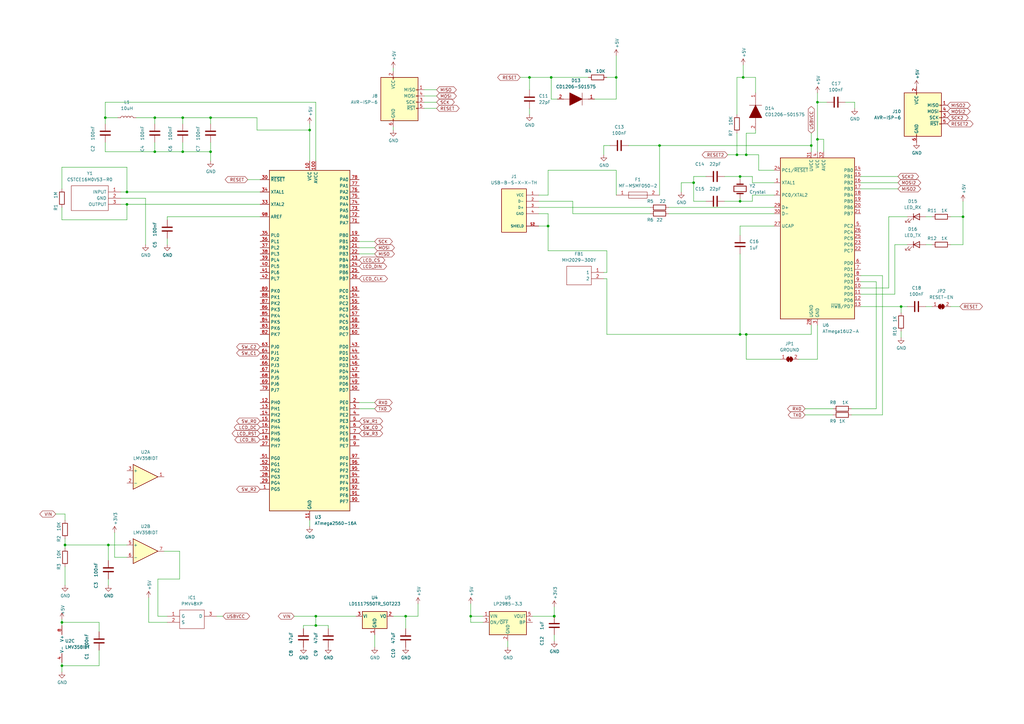
<source format=kicad_sch>
(kicad_sch (version 20211123) (generator eeschema)
  (paper "A3")
  (junction (at 74.93 62.23))
  (junction (at 52.07 83.82))
  (junction (at 302.26 63.5))
  (junction (at 303.53 137.16))
  (junction (at 227.33 252.73))
  (junction (at 332.74 59.69))
  (junction (at 303.53 82.55))
  (junction (at 335.28 41.91))
  (junction (at 26.67 223.52))
  (junction (at 252.73 31.75))
  (junction (at 86.36 62.23))
  (junction (at 52.07 78.74))
  (junction (at 193.04 252.73))
  (junction (at 44.45 223.52))
  (junction (at 63.5 62.23))
  (junction (at 43.18 48.26))
  (junction (at 25.4 273.05))
  (junction (at 129.54 252.73))
  (junction (at 227.3094 252.73))
  (junction (at 306.07 63.5))
  (junction (at 226.06 31.75))
  (junction (at 304.8 31.75))
  (junction (at 394.97 88.9))
  (junction (at 166.37 252.73))
  (junction (at 224.79 92.71))
  (junction (at 127 53.34))
  (junction (at 335.28 57.15))
  (junction (at 306.07 137.16))
  (junction (at 86.36 48.26))
  (junction (at 270.51 59.69))
  (junction (at 369.57 125.73))
  (junction (at 303.53 72.39))
  (junction (at 25.4 255.27))
  (junction (at 63.5 48.26))
  (junction (at 217.17 31.75))
  (junction (at 129.54 256.54))
  (junction (at 284.48 74.93))
  (junction (at 74.93 48.26))
  (wire (pts (xy 218.44 252.73) (xy 227.3094 252.73)))
  (wire (pts (xy 198.12 255.27) (xy 193.04 255.27)))
  (wire (pts (xy 389.89 125.73) (xy 393.7 125.73)))
  (wire (pts (xy 284.48 82.55) (xy 289.56 82.55)))
  (wire (pts (xy 166.37 257.81) (xy 166.37 252.73)))
  (wire (pts (xy 52.07 90.17) (xy 52.07 83.82)))
  (wire (pts (xy 217.17 31.75) (xy 217.17 36.83)))
  (wire (pts (xy 52.07 223.52) (xy 44.45 223.52)))
  (wire (pts (xy 129.54 66.04) (xy 129.54 41.91)))
  (wire (pts (xy 153.67 104.14) (xy 147.32 104.14)))
  (wire (pts (xy 43.18 50.8) (xy 43.18 48.26)))
  (wire (pts (xy 220.98 85.09) (xy 266.7 85.09)))
  (wire (pts (xy 46.99 218.44) (xy 46.99 228.6)))
  (wire (pts (xy 86.36 62.23) (xy 86.36 66.04)))
  (wire (pts (xy 389.89 88.9) (xy 394.97 88.9)))
  (wire (pts (xy 394.97 100.33) (xy 394.97 88.9)))
  (wire (pts (xy 153.67 167.64) (xy 147.32 167.64)))
  (wire (pts (xy 304.8 26.67) (xy 304.8 31.75)))
  (wire (pts (xy 74.93 62.23) (xy 63.5 62.23)))
  (wire (pts (xy 335.28 133.35) (xy 335.28 147.32)))
  (wire (pts (xy 335.28 147.32) (xy 327.66 147.32)))
  (wire (pts (xy 198.12 252.73) (xy 193.04 252.73)))
  (wire (pts (xy 86.36 48.26) (xy 105.41 48.26)))
  (wire (pts (xy 73.66 226.06) (xy 73.66 237.49)))
  (wire (pts (xy 382.27 100.33) (xy 379.73 100.33)))
  (wire (pts (xy 335.28 41.91) (xy 339.09 41.91)))
  (wire (pts (xy 52.07 83.82) (xy 106.68 83.82)))
  (wire (pts (xy 64.77 252.73) (xy 64.77 237.49)))
  (wire (pts (xy 26.67 220.98) (xy 26.67 223.52)))
  (wire (pts (xy 303.53 137.16) (xy 306.07 137.16)))
  (wire (pts (xy 49.53 81.28) (xy 59.69 81.28)))
  (wire (pts (xy 284.48 72.39) (xy 284.48 74.93)))
  (wire (pts (xy 127 50.8) (xy 127 53.34)))
  (wire (pts (xy 308.61 82.55) (xy 308.61 80.01)))
  (wire (pts (xy 68.58 97.79) (xy 68.58 100.33)))
  (wire (pts (xy 353.06 125.73) (xy 369.57 125.73)))
  (wire (pts (xy 127 53.34) (xy 127 66.04)))
  (wire (pts (xy 25.4 68.58) (xy 52.07 68.58)))
  (wire (pts (xy 213.36 31.75) (xy 217.17 31.75)))
  (wire (pts (xy 353.06 72.39) (xy 368.3 72.39)))
  (wire (pts (xy 179.07 41.91) (xy 173.99 41.91)))
  (wire (pts (xy 153.67 260.35) (xy 153.67 265.43)))
  (wire (pts (xy 364.49 118.11) (xy 353.06 118.11)))
  (wire (pts (xy 311.15 69.85) (xy 311.15 63.5)))
  (wire (pts (xy 382.27 88.9) (xy 379.73 88.9)))
  (wire (pts (xy 337.82 62.23) (xy 337.82 57.15)))
  (wire (pts (xy 297.18 72.39) (xy 303.53 72.39)))
  (wire (pts (xy 297.18 82.55) (xy 303.53 82.55)))
  (wire (pts (xy 64.77 252.73) (xy 68.58 252.73)))
  (wire (pts (xy 302.26 54.61) (xy 302.26 63.5)))
  (wire (pts (xy 270.51 80.01) (xy 270.51 59.69)))
  (wire (pts (xy 303.53 92.71) (xy 303.53 96.52)))
  (wire (pts (xy 220.98 87.63) (xy 224.79 87.63)))
  (wire (pts (xy 44.45 237.49) (xy 44.45 240.03)))
  (wire (pts (xy 60.96 245.11) (xy 60.96 255.27)))
  (wire (pts (xy 317.5 92.71) (xy 303.53 92.71)))
  (wire (pts (xy 248.92 111.76) (xy 247.65 111.76)))
  (wire (pts (xy 68.58 255.27) (xy 60.96 255.27)))
  (wire (pts (xy 302.26 31.75) (xy 304.8 31.75)))
  (wire (pts (xy 179.07 36.83) (xy 173.99 36.83)))
  (wire (pts (xy 55.88 48.26) (xy 63.5 48.26)))
  (wire (pts (xy 120.65 252.73) (xy 129.54 252.73)))
  (wire (pts (xy 193.04 247.65) (xy 193.04 252.73)))
  (wire (pts (xy 124.46 256.54) (xy 129.54 256.54)))
  (wire (pts (xy 217.17 44.45) (xy 217.17 46.99)))
  (wire (pts (xy 248.92 137.16) (xy 303.53 137.16)))
  (wire (pts (xy 161.29 53.34) (xy 161.29 52.07)))
  (wire (pts (xy 248.92 114.3) (xy 248.92 137.16)))
  (wire (pts (xy 86.36 48.26) (xy 86.36 50.8)))
  (wire (pts (xy 308.61 72.39) (xy 303.53 72.39)))
  (wire (pts (xy 364.49 88.9) (xy 364.49 118.11)))
  (wire (pts (xy 306.07 137.16) (xy 306.07 147.32)))
  (wire (pts (xy 248.92 31.75) (xy 252.73 31.75)))
  (wire (pts (xy 252.73 40.64) (xy 252.73 31.75)))
  (wire (pts (xy 349.25 170.18) (xy 361.95 170.18)))
  (wire (pts (xy 248.92 102.87) (xy 224.79 102.87)))
  (wire (pts (xy 224.79 69.85) (xy 224.79 80.01)))
  (wire (pts (xy 389.89 100.33) (xy 394.97 100.33)))
  (wire (pts (xy 25.4 255.27) (xy 25.4 256.54)))
  (wire (pts (xy 129.54 41.91) (xy 43.18 41.91)))
  (wire (pts (xy 43.18 41.91) (xy 43.18 48.26)))
  (wire (pts (xy 369.57 135.89) (xy 369.57 138.43)))
  (wire (pts (xy 217.17 31.75) (xy 226.06 31.75)))
  (wire (pts (xy 330.2 170.18) (xy 341.63 170.18)))
  (wire (pts (xy 248.92 114.3) (xy 247.65 114.3)))
  (wire (pts (xy 208.28 262.89) (xy 208.28 265.43)))
  (wire (pts (xy 127 213.36) (xy 127 215.9)))
  (wire (pts (xy 63.5 62.23) (xy 43.18 62.23)))
  (wire (pts (xy 234.95 87.63) (xy 266.7 87.63)))
  (wire (pts (xy 129.54 252.73) (xy 129.54 256.54)))
  (wire (pts (xy 49.53 78.74) (xy 52.07 78.74)))
  (wire (pts (xy 74.93 48.26) (xy 74.93 50.8)))
  (wire (pts (xy 309.88 38.1) (xy 309.88 31.75)))
  (wire (pts (xy 227.33 260.35) (xy 227.33 262.89)))
  (wire (pts (xy 22.86 210.82) (xy 26.67 210.82)))
  (wire (pts (xy 193.04 255.27) (xy 193.04 252.73)))
  (wire (pts (xy 353.06 115.57) (xy 359.41 115.57)))
  (wire (pts (xy 317.5 69.85) (xy 311.15 69.85)))
  (wire (pts (xy 317.5 74.93) (xy 308.61 74.93)))
  (wire (pts (xy 335.28 57.15) (xy 335.28 62.23)))
  (wire (pts (xy 25.4 273.05) (xy 40.64 273.05)))
  (wire (pts (xy 40.64 255.27) (xy 25.4 255.27)))
  (wire (pts (xy 129.54 256.54) (xy 134.62 256.54)))
  (wire (pts (xy 153.67 101.6) (xy 147.32 101.6)))
  (wire (pts (xy 25.4 77.47) (xy 25.4 68.58)))
  (wire (pts (xy 226.06 31.75) (xy 241.3 31.75)))
  (wire (pts (xy 67.31 226.06) (xy 73.66 226.06)))
  (wire (pts (xy 105.41 53.34) (xy 127 53.34)))
  (wire (pts (xy 361.95 113.03) (xy 361.95 170.18)))
  (wire (pts (xy 166.37 252.73) (xy 161.29 252.73)))
  (wire (pts (xy 279.4 78.74) (xy 279.4 74.93)))
  (wire (pts (xy 25.4 273.05) (xy 25.4 271.78)))
  (wire (pts (xy 25.4 90.17) (xy 52.07 90.17)))
  (wire (pts (xy 44.45 223.52) (xy 44.45 229.87)))
  (wire (pts (xy 224.79 92.71) (xy 220.98 92.71)))
  (wire (pts (xy 171.45 252.73) (xy 171.45 247.65)))
  (wire (pts (xy 353.06 120.65) (xy 367.03 120.65)))
  (wire (pts (xy 359.41 115.57) (xy 359.41 167.64)))
  (wire (pts (xy 74.93 48.26) (xy 86.36 48.26)))
  (wire (pts (xy 26.67 232.41) (xy 26.67 240.03)))
  (wire (pts (xy 63.5 58.42) (xy 63.5 62.23)))
  (wire (pts (xy 367.03 120.65) (xy 367.03 100.33)))
  (wire (pts (xy 330.2 167.64) (xy 341.63 167.64)))
  (wire (pts (xy 252.73 22.86) (xy 252.73 31.75)))
  (wire (pts (xy 124.46 256.54) (xy 124.46 257.81)))
  (wire (pts (xy 337.82 57.15) (xy 335.28 57.15)))
  (wire (pts (xy 59.69 81.28) (xy 59.69 100.33)))
  (wire (pts (xy 279.4 74.93) (xy 284.48 74.93)))
  (wire (pts (xy 311.15 63.5) (xy 306.07 63.5)))
  (wire (pts (xy 369.57 125.73) (xy 372.11 125.73)))
  (wire (pts (xy 46.99 228.6) (xy 52.07 228.6)))
  (wire (pts (xy 247.65 63.5) (xy 247.65 59.69)))
  (wire (pts (xy 369.57 125.73) (xy 369.57 128.27)))
  (wire (pts (xy 86.36 58.42) (xy 86.36 62.23)))
  (wire (pts (xy 179.07 39.37) (xy 173.99 39.37)))
  (wire (pts (xy 332.74 133.35) (xy 332.74 137.16)))
  (wire (pts (xy 63.5 48.26) (xy 74.93 48.26)))
  (wire (pts (xy 306.07 63.5) (xy 302.26 63.5)))
  (wire (pts (xy 284.48 74.93) (xy 284.48 82.55)))
  (wire (pts (xy 379.73 125.73) (xy 382.27 125.73)))
  (wire (pts (xy 101.6 73.66) (xy 106.68 73.66)))
  (wire (pts (xy 248.92 111.76) (xy 248.92 102.87)))
  (wire (pts (xy 303.53 72.39) (xy 303.53 73.66)))
  (wire (pts (xy 303.53 81.28) (xy 303.53 82.55)))
  (wire (pts (xy 63.5 48.26) (xy 63.5 50.8)))
  (wire (pts (xy 88.9 252.73) (xy 91.44 252.73)))
  (wire (pts (xy 257.81 59.69) (xy 270.51 59.69)))
  (wire (pts (xy 332.74 59.69) (xy 332.74 62.23)))
  (wire (pts (xy 309.88 31.75) (xy 304.8 31.75)))
  (wire (pts (xy 308.61 80.01) (xy 317.5 80.01)))
  (wire (pts (xy 146.05 252.73) (xy 129.54 252.73)))
  (wire (pts (xy 372.11 88.9) (xy 364.49 88.9)))
  (wire (pts (xy 105.41 48.26) (xy 105.41 53.34)))
  (wire (pts (xy 270.51 59.69) (xy 332.74 59.69)))
  (wire (pts (xy 25.4 275.59) (xy 25.4 273.05)))
  (wire (pts (xy 52.07 78.74) (xy 106.68 78.74)))
  (wire (pts (xy 309.88 54.61) (xy 309.88 53.34)))
  (wire (pts (xy 40.64 266.7) (xy 40.64 273.05)))
  (wire (pts (xy 226.06 40.64) (xy 226.06 31.75)))
  (wire (pts (xy 26.67 223.52) (xy 26.67 224.79)))
  (wire (pts (xy 64.77 237.49) (xy 73.66 237.49)))
  (wire (pts (xy 49.53 83.82) (xy 52.07 83.82)))
  (wire (pts (xy 302.26 63.5) (xy 298.45 63.5)))
  (wire (pts (xy 335.28 41.91) (xy 335.28 57.15)))
  (wire (pts (xy 166.37 252.73) (xy 171.45 252.73)))
  (wire (pts (xy 350.52 44.45) (xy 350.52 41.91)))
  (wire (pts (xy 274.32 87.63) (xy 317.5 87.63)))
  (wire (pts (xy 68.58 88.9) (xy 68.58 90.17)))
  (wire (pts (xy 43.18 62.23) (xy 43.18 58.42)))
  (wire (pts (xy 86.36 62.23) (xy 74.93 62.23)))
  (wire (pts (xy 289.56 72.39) (xy 284.48 72.39)))
  (wire (pts (xy 74.93 58.42) (xy 74.93 62.23)))
  (wire (pts (xy 234.95 82.55) (xy 220.98 82.55)))
  (wire (pts (xy 153.67 165.1) (xy 147.32 165.1)))
  (wire (pts (xy 224.79 87.63) (xy 224.79 92.71)))
  (wire (pts (xy 350.52 41.91) (xy 346.71 41.91)))
  (wire (pts (xy 394.97 88.9) (xy 394.97 82.55)))
  (wire (pts (xy 134.62 256.54) (xy 134.62 257.81)))
  (wire (pts (xy 353.06 77.47) (xy 368.3 77.47)))
  (wire (pts (xy 179.07 44.45) (xy 173.99 44.45)))
  (wire (pts (xy 332.74 137.16) (xy 306.07 137.16)))
  (wire (pts (xy 106.68 88.9) (xy 68.58 88.9)))
  (wire (pts (xy 227.33 252.73) (xy 227.33 248.92)))
  (wire (pts (xy 353.06 113.03) (xy 361.95 113.03)))
  (wire (pts (xy 52.07 68.58) (xy 52.07 78.74)))
  (wire (pts (xy 224.79 80.01) (xy 220.98 80.01)))
  (wire (pts (xy 367.03 100.33) (xy 372.11 100.33)))
  (wire (pts (xy 224.79 102.87) (xy 224.79 92.71)))
  (wire (pts (xy 302.26 46.99) (xy 302.26 31.75)))
  (wire (pts (xy 227.3094 252.73) (xy 227.33 252.73)))
  (wire (pts (xy 25.4 85.09) (xy 25.4 90.17)))
  (wire (pts (xy 349.25 167.64) (xy 359.41 167.64)))
  (wire (pts (xy 25.4 254) (xy 25.4 255.27)))
  (wire (pts (xy 252.73 69.85) (xy 224.79 69.85)))
  (wire (pts (xy 243.84 40.64) (xy 252.73 40.64)))
  (wire (pts (xy 335.28 38.1) (xy 335.28 41.91)))
  (wire (pts (xy 353.06 74.93) (xy 368.3 74.93)))
  (wire (pts (xy 43.18 48.26) (xy 48.26 48.26)))
  (wire (pts (xy 153.67 99.06) (xy 147.32 99.06)))
  (wire (pts (xy 26.67 223.52) (xy 44.45 223.52)))
  (wire (pts (xy 303.53 104.14) (xy 303.53 137.16)))
  (wire (pts (xy 226.06 40.64) (xy 228.6 40.64)))
  (wire (pts (xy 320.04 147.32) (xy 306.07 147.32)))
  (wire (pts (xy 332.74 54.61) (xy 332.74 59.69)))
  (wire (pts (xy 161.29 27.94) (xy 161.29 29.21)))
  (wire (pts (xy 306.07 54.61) (xy 306.07 63.5)))
  (wire (pts (xy 247.65 59.69) (xy 250.19 59.69)))
  (wire (pts (xy 234.95 87.63) (xy 234.95 82.55)))
  (wire (pts (xy 309.88 54.61) (xy 306.07 54.61)))
  (wire (pts (xy 274.32 85.09) (xy 317.5 85.09)))
  (wire (pts (xy 40.64 259.08) (xy 40.64 255.27)))
  (wire (pts (xy 252.73 80.01) (xy 252.73 69.85)))
  (wire (pts (xy 26.67 210.82) (xy 26.67 213.36)))
  (wire (pts (xy 308.61 74.93) (xy 308.61 72.39)))
  (wire (pts (xy 303.53 82.55) (xy 308.61 82.55)))
  (global_label "TX0" (shape bidirectional) (at 330.2 170.18 180) (property "Intersheet References" "${INTERSHEET_REFS}" (effects hide)))
  (global_label "LCD_CS" (shape bidirectional) (at 147.32 106.68 0) (property "Intersheet References" "${INTERSHEET_REFS}" (effects hide)))
  (global_label "RESET2" (shape bidirectional) (at 388.62 50.8 0) (property "Intersheet References" "${INTERSHEET_REFS}" (effects hide)))
  (global_label "MOSI" (shape bidirectional) (at 153.67 101.6 0) (property "Intersheet References" "${INTERSHEET_REFS}" (effects hide)))
  (global_label "MISO2" (shape bidirectional) (at 368.3 77.47 0) (property "Intersheet References" "${INTERSHEET_REFS}" (effects hide)))
  (global_label "SCK2" (shape bidirectional) (at 388.62 48.26 0) (property "Intersheet References" "${INTERSHEET_REFS}" (effects hide)))
  (global_label "RESET" (shape bidirectional) (at 101.6 73.66 180) (property "Intersheet References" "${INTERSHEET_REFS}" (effects hide)))
  (global_label "LCD_CLK" (shape bidirectional) (at 147.32 114.3 0) (property "Intersheet References" "${INTERSHEET_REFS}" (effects hide)))
  (global_label "MOSI" (shape bidirectional) (at 179.07 39.37 0) (property "Intersheet References" "${INTERSHEET_REFS}" (effects hide)))
  (global_label "SW_C2" (shape bidirectional) (at 106.68 142.24 180) (property "Intersheet References" "${INTERSHEET_REFS}" (effects hide)))
  (global_label "USBVCC" (shape bidirectional) (at 332.74 54.61 90) (property "Intersheet References" "${INTERSHEET_REFS}" (effects hide)))
  (global_label "VIN" (shape bidirectional) (at 120.65 252.73 180) (property "Intersheet References" "${INTERSHEET_REFS}" (effects hide)))
  (global_label "VIN" (shape bidirectional) (at 22.86 210.82 180) (property "Intersheet References" "${INTERSHEET_REFS}" (effects hide)))
  (global_label "MOSI2" (shape bidirectional) (at 388.62 45.72 0) (property "Intersheet References" "${INTERSHEET_REFS}" (effects hide)))
  (global_label "RX0" (shape bidirectional) (at 330.2 167.64 180) (property "Intersheet References" "${INTERSHEET_REFS}" (effects hide)))
  (global_label "SW_R0" (shape bidirectional) (at 106.68 172.72 180) (property "Intersheet References" "${INTERSHEET_REFS}" (effects hide)))
  (global_label "LCD_BL" (shape bidirectional) (at 106.68 180.34 180) (property "Intersheet References" "${INTERSHEET_REFS}" (effects hide)))
  (global_label "SW_C0" (shape bidirectional) (at 147.32 175.26 0) (property "Intersheet References" "${INTERSHEET_REFS}" (effects hide)))
  (global_label "LCD_DC" (shape bidirectional) (at 106.68 175.26 180) (property "Intersheet References" "${INTERSHEET_REFS}" (effects hide)))
  (global_label "RX0" (shape bidirectional) (at 153.67 165.1 0) (property "Intersheet References" "${INTERSHEET_REFS}" (effects hide)))
  (global_label "MISO2" (shape bidirectional) (at 388.62 43.18 0) (property "Intersheet References" "${INTERSHEET_REFS}" (effects hide)))
  (global_label "MISO" (shape bidirectional) (at 179.07 36.83 0) (property "Intersheet References" "${INTERSHEET_REFS}" (effects hide)))
  (global_label "SW_R3" (shape bidirectional) (at 147.32 177.8 0) (property "Intersheet References" "${INTERSHEET_REFS}" (effects hide)))
  (global_label "SCK" (shape bidirectional) (at 179.07 41.91 0) (property "Intersheet References" "${INTERSHEET_REFS}" (effects hide)))
  (global_label "RESET" (shape bidirectional) (at 213.36 31.75 180) (property "Intersheet References" "${INTERSHEET_REFS}" (effects hide)))
  (global_label "MISO" (shape bidirectional) (at 153.67 104.14 0) (property "Intersheet References" "${INTERSHEET_REFS}" (effects hide)))
  (global_label "SW_R2" (shape bidirectional) (at 106.68 200.66 180) (property "Intersheet References" "${INTERSHEET_REFS}" (effects hide)))
  (global_label "RESET" (shape bidirectional) (at 393.7 125.73 0) (property "Intersheet References" "${INTERSHEET_REFS}" (effects hide)))
  (global_label "USBVCC" (shape bidirectional) (at 91.44 252.73 0) (property "Intersheet References" "${INTERSHEET_REFS}" (effects hide)))
  (global_label "RESET" (shape bidirectional) (at 179.07 44.45 0) (property "Intersheet References" "${INTERSHEET_REFS}" (effects hide)))
  (global_label "MOSI2" (shape bidirectional) (at 368.3 74.93 0) (property "Intersheet References" "${INTERSHEET_REFS}" (effects hide)))
  (global_label "SW_R1" (shape bidirectional) (at 147.32 172.72 0) (property "Intersheet References" "${INTERSHEET_REFS}" (effects hide)))
  (global_label "LCD_DIN" (shape bidirectional) (at 147.32 109.22 0) (property "Intersheet References" "${INTERSHEET_REFS}" (effects hide)))
  (global_label "SW_C1" (shape bidirectional) (at 106.68 144.78 180) (property "Intersheet References" "${INTERSHEET_REFS}" (effects hide)))
  (global_label "RESET2" (shape bidirectional) (at 298.45 63.5 180) (property "Intersheet References" "${INTERSHEET_REFS}" (effects hide)))
  (global_label "SCK2" (shape bidirectional) (at 368.3 72.39 0) (property "Intersheet References" "${INTERSHEET_REFS}" (effects hide)))
  (global_label "LCD_RST" (shape bidirectional) (at 106.68 177.8 180) (property "Intersheet References" "${INTERSHEET_REFS}" (effects hide)))
  (global_label "TX0" (shape bidirectional) (at 153.67 167.64 0) (property "Intersheet References" "${INTERSHEET_REFS}" (effects hide)))
  (global_label "SCK" (shape bidirectional) (at 153.67 99.06 0) (property "Intersheet References" "${INTERSHEET_REFS}" (effects hide)))
  (symbol (lib_id "CSTCE16M0V53-R0:CSTCE16M0V53-R0") (at 49.53 83.82 180) (unit 1)
    (property "Reference" "Y1" (at 36.83 71.12 0))
    (property "Value" "CSTCE16M0V53-R0" (at 36.83 73.66 0))
    (property "Footprint" "footprints:CSTCE16M0V53R0" (effects hide))
    (property "Datasheet" "https://www.murata.com/en-sg/products/productdetail?partno=CSTCE16M0V53-R0" (effects hide))
    (property "Description" "CSTCE16M0V53-R0, Ceramic Resonator, 16MHz Expander 15pF, 3-Pin SMT, 3.2 x 1.3 x 0.9mm" (effects hide))
    (property "Height" "1" (effects hide))
    (property "Manufacturer_Name" "Murata Electronics" (effects hide))
    (property "Manufacturer_Part_Number" "CSTCE16M0V53-R0" (effects hide))
    (property "Mouser Part Number" "81-CSTCE16M0V53-R0" (effects hide))
    (property "Mouser Price/Stock" "https://www.mouser.co.uk/ProductDetail/Murata-Electronics/CSTCE16M0V53-R0?qs=HPA2Xx%252BU0WhPWbRcNuzhZw%3D%3D" (effects hide))
  )
  (symbol (lib_id "power:GND") (at 208.28 265.43 0) (unit 1)
    (property "Reference" "#PWR030" (effects hide))
    (property "Value" "GND" (at 208.3943 269.7544 0))
  )
  (symbol (lib_id "Jumper:SolderJumper_2_Bridged") (at 386.08 125.73 0) (unit 1)
    (property "Reference" "JP2" (at 386.08 119.38 0))
    (property "Value" "RESET-EN" (at 386.08 121.92 0))
    (property "Footprint" "Jumper:SolderJumper-2_P1.3mm_Bridged_RoundedPad1.0x1.5mm" (effects hide))
  )
  (symbol (lib_id "Device:R") (at 270.51 85.09 90) (unit 1)
    (property "Reference" "R5" (at 266.7 82.55 90))
    (property "Value" "22" (at 271.78 82.55 90))
    (property "Footprint" "Resistor_SMD:R_0805_2012Metric" (effects hide))
  )
  (symbol (lib_id "Device:C") (at 43.18 54.61 180) (unit 1)
    (property "Reference" "C2" (at 38.1 60.96 90))
    (property "Value" "100nF" (at 38.1 54.61 90))
    (property "Footprint" "Capacitor_SMD:C_0805_2012Metric" (effects hide))
  )
  (symbol (lib_id "power:GND") (at 124.46 265.43 0) (unit 1)
    (property "Reference" "#PWR020" (effects hide))
    (property "Value" "GND" (at 124.5743 269.7544 0))
  )
  (symbol (lib_id "power:+5V") (at 193.04 247.65 0) (unit 1)
    (property "Reference" "#PWR029" (effects hide))
    (property "Value" "+5V" (at 193.3956 244.602 90) (effects (justify left)))
  )
  (symbol (lib_id "Device:R") (at 345.44 167.64 90) (unit 1)
    (property "Reference" "R8" (at 341.63 165.1 90))
    (property "Value" "1K" (at 346.71 165.1 90))
    (property "Footprint" "Resistor_SMD:R_0805_2012Metric" (effects hide))
  )
  (symbol (lib_id "Device:C") (at 74.93 54.61 180) (unit 1)
    (property "Reference" "C6" (at 69.85 60.96 90))
    (property "Value" "100nF" (at 69.85 54.61 90))
    (property "Footprint" "Capacitor_SMD:C_0805_2012Metric" (effects hide))
  )
  (symbol (lib_id "Device:C") (at 217.17 40.64 0) (unit 1)
    (property "Reference" "C11" (at 220.98 39.3699 0) (effects (justify left)))
    (property "Value" "22pF" (at 220.98 41.9099 0) (effects (justify left)))
    (property "Footprint" "Capacitor_SMD:C_0805_2012Metric" (effects hide))
  )
  (symbol (lib_id "MCU_Microchip_ATmega:ATmega2560-16A") (at 127 139.7 0) (unit 1)
    (property "Reference" "U3" (at 129.0194 212.09 0) (effects (justify left)))
    (property "Value" "ATmega2560-16A" (at 129.0194 214.63 0) (effects (justify left)))
    (property "Footprint" "Package_QFP:TQFP-100_14x14mm_P0.5mm" (effects hide))
    (property "Datasheet" "http://ww1.microchip.com/downloads/en/DeviceDoc/Atmel-2549-8-bit-AVR-Microcontroller-ATmega640-1280-1281-2560-2561_datasheet.pdf" (effects hide))
  )
  (symbol (lib_id "Device:R") (at 386.08 88.9 90) (unit 1)
    (property "Reference" "R11" (at 382.27 86.36 90))
    (property "Value" "1K" (at 387.35 86.36 90))
    (property "Footprint" "Resistor_SMD:R_0805_2012Metric" (effects hide))
  )
  (symbol (lib_id "Regulator_Linear:LD1117S50TR_SOT223") (at 153.67 252.73 0) (unit 1)
    (property "Reference" "U4" (at 153.67 245.11 0))
    (property "Value" "LD1117S50TR_SOT223" (at 153.67 247.65 0))
    (property "Footprint" "Package_TO_SOT_SMD:SOT-223-3_TabPin2" (effects hide))
    (property "Datasheet" "http://www.st.com/st-web-ui/static/active/en/resource/technical/document/datasheet/CD00000544.pdf" (effects hide))
  )
  (symbol (lib_id "Device:C") (at 166.37 261.62 180) (unit 1)
    (property "Reference" "C10" (at 161.29 267.97 90))
    (property "Value" "47uF" (at 161.29 261.62 90))
    (property "Footprint" "Capacitor_SMD:C_0805_2012Metric" (effects hide))
  )
  (symbol (lib_id "power:GND") (at 86.36 66.04 0) (unit 1)
    (property "Reference" "#PWR019" (effects hide))
    (property "Value" "GND" (at 86.4743 70.3644 0))
  )
  (symbol (lib_id "power:GND") (at 227.33 262.89 0) (unit 1)
    (property "Reference" "#PWR033" (effects hide))
    (property "Value" "GND" (at 227.4443 267.2144 0))
  )
  (symbol (lib_id "power:GND") (at 68.58 100.33 0) (unit 1)
    (property "Reference" "#PWR018" (effects hide))
    (property "Value" "GND" (at 68.6943 104.6544 0))
  )
  (symbol (lib_id "power:GND") (at 59.69 100.33 0) (unit 1)
    (property "Reference" "#PWR016" (effects hide))
    (property "Value" "GND" (at 59.8043 104.6544 0))
  )
  (symbol (lib_id "Device:R") (at 369.57 132.08 180) (unit 1)
    (property "Reference" "R10" (at 367.03 135.89 90))
    (property "Value" "1K" (at 367.03 130.81 90))
    (property "Footprint" "Resistor_SMD:R_0805_2012Metric" (effects hide))
  )
  (symbol (lib_id "Device:C") (at 303.53 100.33 180) (unit 1)
    (property "Reference" "C16" (at 307.34 99.0599 0) (effects (justify right)))
    (property "Value" "1uF" (at 307.34 101.5999 0) (effects (justify right)))
    (property "Footprint" "Capacitor_SMD:C_0805_2012Metric" (effects hide))
  )
  (symbol (lib_id "power:GND") (at 44.45 240.03 0) (unit 1)
    (property "Reference" "#PWR014" (effects hide))
    (property "Value" "GND" (at 44.5643 244.3544 0))
  )
  (symbol (lib_id "power:+5V") (at 375.92 35.56 0) (unit 1)
    (property "Reference" "#PWR041" (effects hide))
    (property "Value" "+5V" (at 376.2756 32.512 90) (effects (justify left)))
  )
  (symbol (lib_id "power:+5V") (at 304.8 26.67 0) (unit 1)
    (property "Reference" "#PWR037" (effects hide))
    (property "Value" "+5V" (at 305.1556 23.622 90) (effects (justify left)))
  )
  (symbol (lib_id "power:+5V") (at 335.28 38.1 0) (unit 1)
    (property "Reference" "#PWR038" (effects hide))
    (property "Value" "+5V" (at 335.6356 35.052 90) (effects (justify left)))
  )
  (symbol (lib_id "Device:R") (at 26.67 228.6 180) (unit 1)
    (property "Reference" "R3" (at 24.13 232.41 90))
    (property "Value" "10K" (at 24.13 227.33 90))
    (property "Footprint" "Resistor_SMD:R_0805_2012Metric" (effects hide))
  )
  (symbol (lib_id "power:+5V") (at 25.4 254 0) (unit 1)
    (property "Reference" "#PWR08" (effects hide))
    (property "Value" "+5V" (at 25.7556 252.222 90) (effects (justify left)))
  )
  (symbol (lib_id "Regulator_Linear:LP2985-3.3") (at 208.28 255.27 0) (unit 1)
    (property "Reference" "U5" (at 208.28 245.11 0))
    (property "Value" "LP2985-3.3" (at 208.28 247.65 0))
    (property "Footprint" "Package_TO_SOT_SMD:SOT-23-5" (effects hide))
    (property "Datasheet" "http://www.ti.com/lit/ds/symlink/lp2985.pdf" (effects hide))
  )
  (symbol (lib_id "Device:R") (at 25.4 81.28 180) (unit 1)
    (property "Reference" "R1" (at 22.86 85.09 90))
    (property "Value" "1M" (at 22.86 80.01 90))
    (property "Footprint" "Resistor_SMD:R_0805_2012Metric" (effects hide))
  )
  (symbol (lib_id "Device:R") (at 26.67 217.17 180) (unit 1)
    (property "Reference" "R2" (at 24.13 220.98 90))
    (property "Value" "10K" (at 24.13 215.9 90))
    (property "Footprint" "Resistor_SMD:R_0805_2012Metric" (effects hide))
  )
  (symbol (lib_id "Device:C") (at 86.36 54.61 180) (unit 1)
    (property "Reference" "C7" (at 81.28 60.96 90))
    (property "Value" "100nF" (at 81.28 54.61 90))
    (property "Footprint" "Capacitor_SMD:C_0805_2012Metric" (effects hide))
  )
  (symbol (lib_id "Device:C") (at 254 59.69 270) (unit 1)
    (property "Reference" "C13" (at 254 52.07 90))
    (property "Value" "100nF" (at 254 54.61 90))
    (property "Footprint" "Capacitor_SMD:C_0805_2012Metric" (effects hide))
  )
  (symbol (lib_id "power:GND") (at 369.57 138.43 0) (unit 1)
    (property "Reference" "#PWR040" (effects hide))
    (property "Value" "GND" (at 369.6843 142.7544 0))
  )
  (symbol (lib_id "Device:R") (at 245.11 31.75 90) (unit 1)
    (property "Reference" "R4" (at 241.3 29.21 90))
    (property "Value" "10K" (at 246.38 29.21 90))
    (property "Footprint" "Resistor_SMD:R_0805_2012Metric" (effects hide))
  )
  (symbol (lib_id "Amplifier_Operational:LM358") (at 59.69 195.58 0) (unit 1)
    (property "Reference" "U2" (at 59.69 185.42 0))
    (property "Value" "LMV358IDT" (at 59.69 187.96 0))
    (property "Footprint" "Package_SO:SO-8_3.9x4.9mm_P1.27mm" (effects hide))
    (property "Datasheet" "http://www.ti.com/lit/ds/symlink/lm2904-n.pdf" (effects hide))
  )
  (symbol (lib_id "power:GND") (at 127 215.9 0) (unit 1)
    (property "Reference" "#PWR022" (effects hide))
    (property "Value" "GND" (at 127.1143 220.2244 0))
  )
  (symbol (lib_id "Connector:AVR-ISP-6") (at 378.46 48.26 0) (unit 1)
    (property "Reference" "J10" (at 369.57 45.7199 0) (effects (justify right)))
    (property "Value" "AVR-ISP-6" (at 369.57 48.2599 0) (effects (justify right)))
    (property "Footprint" "Connector_IDC:IDC-Header_2x03_P2.54mm_Vertical" (effects hide))
    (property "Datasheet" " ~" (effects hide))
  )
  (symbol (lib_id "power:+3V3") (at 46.99 218.44 0) (unit 1)
    (property "Reference" "#PWR015" (effects hide))
    (property "Value" "+3.3V" (at 47.371 215.392 90) (effects (justify left)))
  )
  (symbol (lib_id "PMV48XP:PMV48XP") (at 68.58 252.73 0) (unit 1)
    (property "Reference" "IC1" (at 78.74 245.11 0))
    (property "Value" "PMV48XP" (at 78.74 247.65 0))
    (property "Footprint" "footprints:SOT95P230X110-3N" (effects hide))
    (property "Description" "P-channel Trench MOSFET" (effects hide))
    (property "Manufacturer_Name" "Nexperia" (effects hide))
    (property "Manufacturer_Part_Number" "PMV48XP" (effects hide))
    (property "Mouser Part Number" "N/A" (effects hide))
    (property "Mouser Price/Stock" "https://www.mouser.co.uk/ProductDetail/Nexperia/PMV48XP?qs=vHuUswq2%252BsyADRknxKe6jA%3D%3D" (effects hide))
  )
  (symbol (lib_id "Device:L") (at 52.07 48.26 90) (unit 1)
    (property "Reference" "L1" (at 52.07 41.91 90))
    (property "Value" "10uH" (at 52.07 44.45 90))
    (property "Footprint" "Inductor_SMD:L_0805_2012Metric" (effects hide))
  )
  (symbol (lib_id "power:GND") (at 134.62 265.43 0) (unit 1)
    (property "Reference" "#PWR023" (effects hide))
    (property "Value" "GND" (at 134.7343 269.7544 0))
  )
  (symbol (lib_id "MCU_Microchip_ATmega:ATmega16U2-A") (at 335.28 97.79 0) (unit 1)
    (property "Reference" "U6" (at 337.2994 133.35 0) (effects (justify left)))
    (property "Value" "ATmega16U2-A" (at 337.2994 135.89 0) (effects (justify left)))
    (property "Footprint" "Package_QFP:TQFP-32_7x7mm_P0.8mm" (effects hide))
    (property "Datasheet" "http://ww1.microchip.com/downloads/en/DeviceDoc/doc7799.pdf" (effects hide))
  )
  (symbol (lib_id "Device:C") (at 342.9 41.91 90) (unit 1)
    (property "Reference" "C17" (at 342.9 34.29 90))
    (property "Value" "100nF" (at 342.9 36.83 90))
    (property "Footprint" "Capacitor_SMD:C_0805_2012Metric" (effects hide))
  )
  (symbol (lib_id "CD1206-S01575:CD1206-S01575") (at 243.84 40.64 180) (unit 1)
    (property "Reference" "D13" (at 236.22 33.02 0))
    (property "Value" "CD1206-S01575" (at 236.22 35.56 0))
    (property "Footprint" "footprints:DIOC3215X95N" (effects hide))
    (property "Datasheet" "https://datasheet.datasheetarchive.com/originals/distributors/SFDatasheet-7/sf-000140098.pdf" (effects hide))
    (property "Description" "Diode Switching 100V 0.15A 4ns SMD1206 Bourns CD1206-S01575 Switching Diode, 150mA, 100V, 4ns, 2-Pin 1206" (effects hide))
    (property "Height" "0.95" (effects hide))
    (property "Manufacturer_Name" "Bourns" (effects hide))
    (property "Manufacturer_Part_Number" "CD1206-S01575" (effects hide))
    (property "Mouser Part Number" "652-CD1206-S01575" (effects hide))
    (property "Mouser Price/Stock" "https://www.mouser.co.uk/ProductDetail/Bourns/CD1206-S01575?qs=FITO%2F%2FQgYDlGQsqciGRLTg%3D%3D" (effects hide))
    (property "Arrow Part Number" "CD1206-S01575" (effects hide))
    (property "Arrow Price/Stock" "https://www.arrow.com/en/products/cd1206-s01575/bourns" (effects hide))
  )
  (symbol (lib_id "power:GND") (at 153.67 265.43 0) (unit 1)
    (property "Reference" "#PWR024" (effects hide))
    (property "Value" "GND" (at 153.7843 269.7544 0))
  )
  (symbol (lib_id "power:+5V") (at 171.45 247.65 0) (unit 1)
    (property "Reference" "#PWR028" (effects hide))
    (property "Value" "+5V" (at 171.8056 244.602 90) (effects (justify left)))
  )
  (symbol (lib_id "Amplifier_Operational:LM358") (at 27.94 264.16 0) (unit 3)
    (property "Reference" "U2" (at 26.67 262.8899 0) (effects (justify left)))
    (property "Value" "LMV358IDT" (at 26.67 265.4299 0) (effects (justify left)))
    (property "Footprint" "Package_SO:SO-8_3.9x4.9mm_P1.27mm" (effects hide))
    (property "Datasheet" "http://www.ti.com/lit/ds/symlink/lm2904-n.pdf" (effects hide))
  )
  (symbol (lib_id "power:GND") (at 26.67 240.03 0) (unit 1)
    (property "Reference" "#PWR013" (effects hide))
    (property "Value" "GND" (at 26.7843 244.3544 0))
  )
  (symbol (lib_id "MH2029-300Y:MH2029-300Y") (at 247.65 111.76 0) (mirror y) (unit 1)
    (property "Reference" "FB1" (at 237.49 104.14 0))
    (property "Value" "MH2029-300Y" (at 237.49 106.68 0))
    (property "Footprint" "footprints:BEADC2016X130N" (effects hide))
    (property "Datasheet" "https://datasheet.datasheetarchive.com/originals/distributors/Datasheets-DGA19/994.pdf" (effects hide))
    (property "Description" "EMI Filter Beads, Chips & Arrays Impedance 30ohms IDC 3.0" (effects hide))
    (property "Height" "1.3" (effects hide))
    (property "Manufacturer_Name" "Bourns" (effects hide))
    (property "Manufacturer_Part_Number" "MH2029-300Y" (effects hide))
    (property "Mouser Part Number" "652-MH2029-300Y" (effects hide))
    (property "Mouser Price/Stock" "https://www.mouser.co.uk/ProductDetail/Bourns/MH2029-300Y?qs=3U1hhDIovyEa7983kL6kaA%3D%3D" (effects hide))
    (property "Arrow Part Number" "MH2029-300Y" (effects hide))
    (property "Arrow Price/Stock" "https://www.arrow.com/en/products/mh2029-300y/bourns?region=nac" (effects hide))
  )
  (symbol (lib_id "power:+5V") (at 252.73 22.86 0) (unit 1)
    (property "Reference" "#PWR035" (effects hide))
    (property "Value" "+5V" (at 253.0856 19.812 90) (effects (justify left)))
  )
  (symbol (lib_id "Device:R") (at 386.08 100.33 90) (unit 1)
    (property "Reference" "R12" (at 382.27 97.79 90))
    (property "Value" "1K" (at 387.35 97.79 90))
    (property "Footprint" "Resistor_SMD:R_0805_2012Metric" (effects hide))
  )
  (symbol (lib_id "power:GND") (at 161.29 53.34 0) (unit 1)
    (property "Reference" "#PWR026" (effects hide))
    (property "Value" "GND" (at 161.4043 57.6644 0))
  )
  (symbol (lib_id "power:GND") (at 375.92 58.42 0) (unit 1)
    (property "Reference" "#PWR042" (effects hide))
    (property "Value" "GND" (at 376.0343 62.7444 0))
  )
  (symbol (lib_id "power:+3V3") (at 227.33 248.92 0) (unit 1)
    (property "Reference" "#PWR032" (effects hide))
    (property "Value" "+3.3V" (at 227.711 245.872 90) (effects (justify left)))
  )
  (symbol (lib_id "Device:C") (at 293.37 82.55 90) (unit 1)
    (property "Reference" "C15" (at 287.02 77.47 90))
    (property "Value" "22pF" (at 293.37 77.47 90))
    (property "Footprint" "Capacitor_SMD:C_0805_2012Metric" (effects hide))
  )
  (symbol (lib_id "power:GND") (at 166.37 265.43 0) (unit 1)
    (property "Reference" "#PWR027" (effects hide))
    (property "Value" "GND" (at 166.4843 269.7544 0))
  )
  (symbol (lib_id "Device:C") (at 63.5 54.61 180) (unit 1)
    (property "Reference" "C4" (at 58.42 60.96 90))
    (property "Value" "100nF" (at 58.42 54.61 90))
    (property "Footprint" "Capacitor_SMD:C_0805_2012Metric" (effects hide))
  )
  (symbol (lib_id "power:GND") (at 217.17 46.99 0) (unit 1)
    (property "Reference" "#PWR031" (effects hide))
    (property "Value" "GND" (at 217.2843 51.3144 0))
  )
  (symbol (lib_id "Device:R") (at 270.51 87.63 90) (unit 1)
    (property "Reference" "R6" (at 266.7 90.17 90))
    (property "Value" "22" (at 270.51 90.17 90))
    (property "Footprint" "Resistor_SMD:R_0805_2012Metric" (effects hide))
  )
  (symbol (lib_id "Amplifier_Operational:LM358") (at 59.69 226.06 0) (unit 2)
    (property "Reference" "U2" (at 59.69 215.9 0))
    (property "Value" "LMV358IDT" (at 59.69 218.44 0))
    (property "Footprint" "Package_SO:SO-8_3.9x4.9mm_P1.27mm" (effects hide))
    (property "Datasheet" "http://www.ti.com/lit/ds/symlink/lm2904-n.pdf" (effects hide))
  )
  (symbol (lib_id "Device:C") (at 124.46 261.62 180) (unit 1)
    (property "Reference" "C8" (at 119.38 267.97 90))
    (property "Value" "47uF" (at 119.38 261.62 90))
    (property "Footprint" "Capacitor_SMD:C_0805_2012Metric" (effects hide))
  )
  (symbol (lib_id "power:GND") (at 279.4 78.74 0) (unit 1)
    (property "Reference" "#PWR036" (effects hide))
    (property "Value" "GND" (at 279.5143 83.0644 0))
  )
  (symbol (lib_id "USB-B-S-X-X-TH:USB-B-S-X-X-TH") (at 210.82 85.09 0) (mirror y) (unit 1)
    (property "Reference" "J1" (at 210.82 72.39 0))
    (property "Value" "USB-B-S-X-X-TH" (at 210.82 74.93 0))
    (property "Footprint" "SAMTEC_USB-B-S-X-X-TH" (effects hide))
    (property "MAXIMUM_PACKAGE_HEIGHT" "10.95 mm" (effects hide))
    (property "PARTREV" "Q" (effects hide))
    (property "STANDARD" "Manufacturer Recommendations" (effects hide))
    (property "MANUFACTURER" "Samtec" (effects hide))
  )
  (symbol (lib_id "Device:C") (at 68.58 93.98 180) (unit 1)
    (property "Reference" "C5" (at 63.5 100.33 90))
    (property "Value" "100nF" (at 63.5 93.98 90))
    (property "Footprint" "Capacitor_SMD:C_0805_2012Metric" (effects hide))
  )
  (symbol (lib_id "Device:C") (at 227.33 256.54 180) (unit 1)
    (property "Reference" "C12" (at 222.25 262.89 90))
    (property "Value" "1uF" (at 222.25 256.54 90))
    (property "Footprint" "Capacitor_SMD:C_0805_2012Metric" (effects hide))
  )
  (symbol (lib_id "Device:LED") (at 375.92 88.9 0) (unit 1)
    (property "Reference" "D15" (at 374.3325 82.55 0))
    (property "Value" "LED_RX" (at 374.3325 85.09 0))
    (property "Footprint" "LED_SMD:LED_0805_2012Metric" (effects hide))
  )
  (symbol (lib_id "Device:R") (at 302.26 50.8 180) (unit 1)
    (property "Reference" "R7" (at 299.72 54.61 90))
    (property "Value" "10K" (at 299.72 49.53 90))
    (property "Footprint" "Resistor_SMD:R_0805_2012Metric" (effects hide))
  )
  (symbol (lib_id "Device:C") (at 40.64 262.89 180) (unit 1)
    (property "Reference" "C1" (at 35.56 269.24 90))
    (property "Value" "100nF" (at 35.56 262.89 90))
    (property "Footprint" "Capacitor_SMD:C_0805_2012Metric" (effects hide))
  )
  (symbol (lib_id "Device:R") (at 345.44 170.18 90) (unit 1)
    (property "Reference" "R9" (at 341.63 172.72 90))
    (property "Value" "1K" (at 345.44 172.72 90))
    (property "Footprint" "Resistor_SMD:R_0805_2012Metric" (effects hide))
  )
  (symbol (lib_id "Device:C") (at 134.62 261.62 180) (unit 1)
    (property "Reference" "C9" (at 129.54 267.97 90))
    (property "Value" "47uF" (at 129.54 261.62 90))
    (property "Footprint" "Capacitor_SMD:C_0805_2012Metric" (effects hide))
  )
  (symbol (lib_id "power:GND") (at 25.4 275.59 0) (unit 1)
    (property "Reference" "#PWR012" (effects hide))
    (property "Value" "GND" (at 25.5143 279.9144 0))
  )
  (symbol (lib_id "Device:C") (at 375.92 125.73 90) (unit 1)
    (property "Reference" "C18" (at 375.92 118.11 90))
    (property "Value" "100nF" (at 375.92 120.65 90))
    (property "Footprint" "Capacitor_SMD:C_0805_2012Metric" (effects hide))
  )
  (symbol (lib_id "power:+5V") (at 127 50.8 0) (unit 1)
    (property "Reference" "#PWR021" (effects hide))
    (property "Value" "+5V" (at 127.3556 47.752 90) (effects (justify left)))
  )
  (symbol (lib_id "power:+5V") (at 60.96 245.11 0) (unit 1)
    (property "Reference" "#PWR017" (effects hide))
    (property "Value" "+5V" (at 61.3156 242.062 90) (effects (justify left)))
  )
  (symbol (lib_id "power:GND") (at 247.65 63.5 0) (unit 1)
    (property "Reference" "#PWR034" (effects hide))
    (property "Value" "GND" (at 247.7643 67.8244 0))
  )
  (symbol (lib_id "Jumper:SolderJumper_2_Bridged") (at 323.85 147.32 0) (unit 1)
    (property "Reference" "JP1" (at 323.85 140.97 0))
    (property "Value" "GROUND" (at 323.85 143.51 0))
    (property "Footprint" "Jumper:SolderJumper-2_P1.3mm_Bridged_RoundedPad1.0x1.5mm" (effects hide))
  )
  (symbol (lib_id "power:+5V") (at 394.97 82.55 0) (unit 1)
    (property "Reference" "#PWR043" (effects hide))
    (property "Value" "+5V" (at 395.3256 79.502 90) (effects (justify left)))
  )
  (symbol (lib_id "power:+5V") (at 161.29 27.94 0) (unit 1)
    (property "Reference" "#PWR025" (effects hide))
    (property "Value" "+5V" (at 161.6456 24.892 90) (effects (justify left)))
  )
  (symbol (lib_id "Connector:AVR-ISP-6") (at 163.83 41.91 0) (unit 1)
    (property "Reference" "J8" (at 154.94 39.3699 0) (effects (justify right)))
    (property "Value" "AVR-ISP-6" (at 154.94 41.9099 0) (effects (justify right)))
    (property "Footprint" "Connector_IDC:IDC-Header_2x03_P2.54mm_Vertical" (effects hide))
    (property "Datasheet" " ~" (effects hide))
  )
  (symbol (lib_id "CD1206-S01575:CD1206-S01575") (at 309.88 38.1 270) (unit 1)
    (property "Reference" "D14" (at 313.69 44.4499 90) (effects (justify left)))
    (property "Value" "CD1206-S01575" (at 313.69 46.9899 90) (effects (justify left)))
    (property "Footprint" "footprints:DIOC3215X95N" (effects hide))
    (property "Datasheet" "https://datasheet.datasheetarchive.com/originals/distributors/SFDatasheet-7/sf-000140098.pdf" (effects hide))
    (property "Description" "Diode Switching 100V 0.15A 4ns SMD1206 Bourns CD1206-S01575 Switching Diode, 150mA, 100V, 4ns, 2-Pin 1206" (effects hide))
    (property "Height" "0.95" (effects hide))
    (property "Manufacturer_Name" "Bourns" (effects hide))
    (property "Manufacturer_Part_Number" "CD1206-S01575" (effects hide))
    (property "Mouser Part Number" "652-CD1206-S01575" (effects hide))
    (property "Mouser Price/Stock" "https://www.mouser.co.uk/ProductDetail/Bourns/CD1206-S01575?qs=FITO%2F%2FQgYDlGQsqciGRLTg%3D%3D" (effects hide))
    (property "Arrow Part Number" "CD1206-S01575" (effects hide))
    (property "Arrow Price/Stock" "https://www.arrow.com/en/products/cd1206-s01575/bourns" (effects hide))
  )
  (symbol (lib_id "power:GND") (at 350.52 44.45 0) (unit 1)
    (property "Reference" "#PWR039" (effects hide))
    (property "Value" "GND" (at 350.6343 48.7744 0))
  )
  (symbol (lib_id "MF-MSMF050-2:MF-MSMF050-2") (at 252.73 80.01 0) (unit 1)
    (property "Reference" "F1" (at 261.62 73.66 0))
    (property "Value" "MF-MSMF050-2" (at 261.62 76.2 0))
    (property "Footprint" "footprints:FUSC4632X85N" (effects hide))
    (property "Datasheet" "https://www.bourns.com/pdfs/mfmsmf.pdf" (effects hide))
    (property "Description" "Fuse, PTC, Resettable, SMD, 1812, 500mA Bourns 0.5A Surface Mount Resettable Fuse, 15 V" (effects hide))
    (property "Manufacturer_Name" "Bourns" (effects hide))
    (property "Manufacturer_Part_Number" "MF-MSMF050-2" (effects hide))
    (property "Mouser Part Number" "652-MF-MSMF050-2" (effects hide))
    (property "Mouser Price/Stock" "https://www.mouser.co.uk/ProductDetail/Bourns/MF-MSMF050-2?qs=t3shhpq1i1DZ7OBD5kLNoA%3D%3D" (effects hide))
    (property "Arrow Part Number" "MF-MSMF050-2" (effects hide))
    (property "Arrow Price/Stock" "https://www.arrow.com/en/products/mf-msmf050-2/bourns?region=europe" (effects hide))
  )
  (symbol (lib_id "Device:Crystal") (at 303.53 77.47 90) (unit 1)
    (property "Reference" "Y2" (at 307.34 76.1999 90) (effects (justify right)))
    (property "Value" "Crystal" (at 307.34 78.7399 90) (effects (justify right)))
    (property "Footprint" "Crystal:Crystal_HC49-4H_Vertical" (effects hide))
  )
  (symbol (lib_id "Device:C") (at 44.45 233.68 180) (unit 1)
    (property "Reference" "C3" (at 39.37 240.03 90))
    (property "Value" "100nF" (at 39.37 233.68 90))
    (property "Footprint" "Capacitor_SMD:C_0805_2012Metric" (effects hide))
  )
  (symbol (lib_id "Device:LED") (at 375.92 100.33 0) (unit 1)
    (property "Reference" "D16" (at 374.3325 93.98 0))
    (property "Value" "LED_TX" (at 374.3325 96.52 0))
    (property "Footprint" "LED_SMD:LED_0805_2012Metric" (effects hide))
  )
  (symbol (lib_id "Device:C") (at 293.37 72.39 90) (unit 1)
    (property "Reference" "C14" (at 287.02 67.31 90))
    (property "Value" "22pF" (at 293.37 67.31 90))
    (property "Footprint" "Capacitor_SMD:C_0805_2012Metric" (effects hide))
  )
)
</source>
